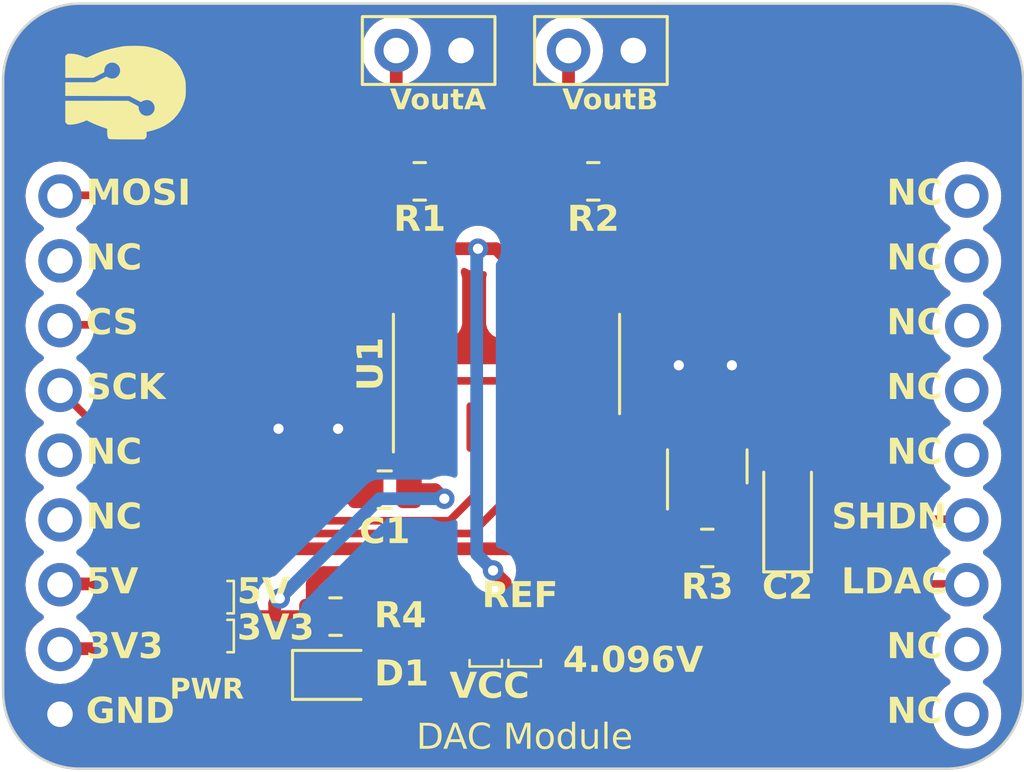
<source format=kicad_pcb>
(kicad_pcb (version 20240108) (generator "pcbnew") (generator_version "8.0")
  (layers (0 "F.Cu" signal) (31 "B.Cu" signal) (34 "B.Paste" user) (35 "F.Paste" user) (36 "B.SilkS" user "B.Silkscreen") (37 "F.SilkS" user "F.Silkscreen") (38 "B.Mask" user) (39 "F.Mask" user) (44 "Edge.Cuts" user))
  (net 0 "")
  (net 1 "VCC")
  (net 2 "GND")
  (net 3 "+4V")
  (net 4 "Net-(D1-A)")
  (net 5 "Net-(J1-Pin_1)")
  (net 6 "Net-(J2-Pin_1)")
  (net 7 "+3V3")
  (net 8 "+5V")
  (net 9 "Net-(U3-Vout)")
  (net 11 "CS")
  (net 12 "SCK")
  (net 13 "MOSI")
  (net 16 "LDAC")
  (net 17 "SHDN")
  (net 28 "Vref")
  (footprint "Jumper:SolderJumper-3_P1.3mm_Open_Pad1.0x1.5mm" (layer "F.Cu") (at 99.8728 87.0712 90)
    (property "Reference" "JP1" (hide yes))
    (property "Value" "Jumper_3_Open" (hide yes))
    (fp_line (start 0.127 0.889) (end 0.127 1.143) (stroke (width 0.1)) (layer "F.SilkS"))
    (fp_line (start -1.397 0.889) (end -1.397 1.143) (stroke (width 0.1)) (layer "F.SilkS"))
    (fp_line (start 1.397 1.143) (end 1.397 0.889) (stroke (width 0.1)) (layer "F.SilkS"))
    (fp_line (start 0.127 1.143) (end 1.397 1.143) (stroke (width 0.1)) (layer "F.SilkS"))
    (fp_line (start -0.127 1.143) (end -0.127 0.889) (stroke (width 0.1)) (layer "F.SilkS"))
    (fp_line (start -1.397 1.143) (end -0.127 1.143) (stroke (width 0.1)) (layer "F.SilkS"))
    (fp_text user "5V" (at 0.3556 1.27 0) (layer "F.SilkS") (effects (font (thickness 0.1) (bold yes)) (justify left bottom)))
    (fp_text user "3V3" (at -1.0668 1.27 0) (layer "F.SilkS") (effects (font (thickness 0.1) (bold yes)) (justify left bottom)))
    (pad "1" smd rect (at -1.3 0 90) (size 1 1.5) (layers "F.Cu" "F.Mask") (net 7 "+3V3"))
    (pad "2" smd rect (at 0 0 90) (size 1 1.5) (layers "F.Cu" "F.Mask") (net 1 "VCC"))
    (pad "3" smd rect (at 1.3 0 90) (size 1 1.5) (layers "F.Cu" "F.Mask") (net 8 "+5V"))
  )
  (footprint "Capacitor_Tantalum_SMD:CP_EIA-3216-10_Kemet-I" (layer "F.Cu") (at 122.7328 83.0072 90)
    (property "Reference" "C2" (at -2.9464 0 180) (layer "F.SilkS") (effects (font (thickness 0.15) (bold yes))))
    (property "Value" "10uF")
    (fp_line (start 1.6 -0.935) (end -2.31 -0.935) (stroke (width 0.12)) (layer "F.SilkS"))
    (fp_line (start -2.31 -0.935) (end -2.31 0.935) (stroke (width 0.12)) (layer "F.SilkS"))
    (fp_line (start -2.31 0.935) (end 1.6 0.935) (stroke (width 0.12)) (layer "F.SilkS"))
    (pad "1" smd roundrect (at -1.35 0 90) (size 1.4 1.35) (layers "F.Cu" "F.Paste" "F.Mask") (roundrect_rratio 0.185185) (net 3 "+4V"))
    (pad "2" smd roundrect (at 1.35 0 90) (size 1.4 1.35) (layers "F.Cu" "F.Paste" "F.Mask") (roundrect_rratio 0.185185) (net 2 "GND"))
  )
  (footprint "Resistor_SMD:R_0805_2012Metric" (layer "F.Cu") (at 105.0036 87.0712 180)
    (property "Reference" "R4" (at -2.54 0 0) (layer "F.SilkS") (effects (font (thickness 0.15) (bold yes))))
    (property "Value" "470r")
    (fp_line (start -0.227064 0.735) (end 0.227064 0.735) (stroke (width 0.12)) (layer "F.SilkS"))
    (fp_line (start -0.227064 -0.735) (end 0.227064 -0.735) (stroke (width 0.12)) (layer "F.SilkS"))
    (pad "1" smd roundrect (at -0.9125 0 180) (size 1.025 1.4) (layers "F.Cu" "F.Paste" "F.Mask") (roundrect_rratio 0.243902) (net 4 "Net-(D1-A)"))
    (pad "2" smd roundrect (at 0.9125 0 180) (size 1.025 1.4) (layers "F.Cu" "F.Paste" "F.Mask") (roundrect_rratio 0.243902) (net 1 "VCC"))
  )
  (footprint "Resistor_SMD:R_0805_2012Metric" (layer "F.Cu") (at 119.5832 84.3788 180)
    (property "Reference" "R3" (at 0 -1.5748 0) (layer "F.SilkS") (effects (font (thickness 0.15) (bold yes))))
    (property "Value" "100r")
    (fp_line (start -0.227064 0.735) (end 0.227064 0.735) (stroke (width 0.12)) (layer "F.SilkS"))
    (fp_line (start -0.227064 -0.735) (end 0.227064 -0.735) (stroke (width 0.12)) (layer "F.SilkS"))
    (pad "1" smd roundrect (at -0.9125 0 180) (size 1.025 1.4) (layers "F.Cu" "F.Paste" "F.Mask") (roundrect_rratio 0.243902) (net 3 "+4V"))
    (pad "2" smd roundrect (at 0.9125 0 180) (size 1.025 1.4) (layers "F.Cu" "F.Paste" "F.Mask") (roundrect_rratio 0.243902) (net 9 "Net-(U3-Vout)"))
  )
  (footprint "Resistor_SMD:R_0805_2012Metric" (layer "F.Cu") (at 115.1128 70.0024)
    (property "Reference" "R2" (at 0 1.524 0) (layer "F.SilkS") (effects (font (thickness 0.15) (bold yes))))
    (property "Value" "10k")
    (fp_line (start -0.227064 -0.735) (end 0.227064 -0.735) (stroke (width 0.12)) (layer "F.SilkS"))
    (fp_line (start -0.227064 0.735) (end 0.227064 0.735) (stroke (width 0.12)) (layer "F.SilkS"))
    (pad "1" smd roundrect (at -0.9125 0) (size 1.025 1.4) (layers "F.Cu" "F.Paste" "F.Mask") (roundrect_rratio 0.243902) (net 6 "Net-(J2-Pin_1)"))
    (pad "2" smd roundrect (at 0.9125 0) (size 1.025 1.4) (layers "F.Cu" "F.Paste" "F.Mask") (roundrect_rratio 0.243902) (net 2 "GND"))
  )
  (footprint "LED_SMD:LED_0805_2012Metric" (layer "F.Cu") (at 105.0036 89.3572)
    (property "Reference" "D1" (at 2.5908 0 0) (layer "F.SilkS") (effects (font (thickness 0.15) (bold yes))))
    (property "Value" "LED")
    (fp_line (start -1.685 -0.96) (end -1.685 0.96) (stroke (width 0.12)) (layer "F.SilkS"))
    (fp_line (start -1.685 0.96) (end 1 0.96) (stroke (width 0.12)) (layer "F.SilkS"))
    (fp_line (start 1 -0.96) (end -1.685 -0.96) (stroke (width 0.12)) (layer "F.SilkS"))
    (pad "1" smd roundrect (at -0.9375 0) (size 0.975 1.4) (layers "F.Cu" "F.Paste" "F.Mask") (net 2 "GND"))
    (pad "2" smd roundrect (at 0.9375 0) (size 0.975 1.4) (layers "F.Cu" "F.Paste" "F.Mask") (net 4 "Net-(D1-A)"))
  )
  (footprint "Moduler_:pin_header" (layer "F.Cu") (at 111.726 81.248)
    (property "Reference" "U2" (hide yes))
    (property "Value" "~" (hide yes))
    (fp_poly (pts (xy -14.485582 -16.559009) (xy -14.360573 -16.554745) (xy -14.248636 -16.54798) (xy -14.157002 -16.538775) (xy -14.117924 -16.532703) (xy -13.929469 -16.491549) (xy -13.759531 -16.440533) (xy -13.595569 -16.375574) (xy -13.505604 -16.333511) (xy -13.302009 -16.218091) (xy -13.123321 -16.083397) (xy -12.969118 -15.928915) (xy -12.838978 -15.754131) (xy -12.73248 -15.558531) (xy -12.6492 -15.3416) (xy -12.625721 -15.261504) (xy -12.612959 -15.20932) (xy -12.603846 -15.156964) (xy -12.597806 -15.097579) (xy -12.594264 -15.024306) (xy -12.592645 -14.930288) (xy -12.59236 -14.863654) (xy -12.592671 -14.758539) (xy -12.594379 -14.67766) (xy -12.598173 -14.613669) (xy -12.604739 -14.559219) (xy -12.614766 -14.506962) (xy -12.628942 -14.449549) (xy -12.632287 -14.43698) (xy -12.705714 -14.221543) (xy -12.805363 -14.022972) (xy -12.930147 -13.842253) (xy -13.078978 -13.68037) (xy -13.250768 -13.538308) (xy -13.444431 -13.417053) (xy -13.658878 -13.317589) (xy -13.893022 -13.240901) (xy -13.975535 -13.220506) (xy -14.129547 -13.185381) (xy -14.129547 -13.083439) (xy -14.131087 -13.025365) (xy -14.138019 -12.987709) (xy -14.153807 -12.959356) (xy -14.17572 -12.935324) (xy -14.221893 -12.889151) (xy -14.898388 -12.889632) (xy -15.093554 -12.890179) (xy -15.257188 -12.891522) (xy -15.389336 -12.893662) (xy -15.490047 -12.896601) (xy -15.559371 -12.900339) (xy -15.597354 -12.904877) (xy -15.604006 -12.907041) (xy -15.639705 -12.944721) (xy -15.663541 -13.009816) (xy -15.675744 -13.103144) (xy -15.677582 -13.169023) (xy -15.677607 -13.307746) (xy -15.877323 -13.375342) (xy -15.973613 -13.410249) (xy -16.083694 -13.453796) (xy -16.193274 -13.500154) (xy -16.27912 -13.539209) (xy -16.481202 -13.63548) (xy -16.625058 -13.577237) (xy -16.814264 -13.51298) (xy -16.995657 -13.477073) (xy -17.112214 -13.468483) (xy -17.172568 -13.467793) (xy -17.210949 -13.471228) (xy -17.236949 -13.481681) (xy -17.260163 -13.502045) (xy -17.274123 -13.517292) (xy -17.320343 -13.568879) (xy -17.320343 -13.987224) (xy -17.320343 -14.405569) (xy -16.086926 -14.405569) (xy -14.85351 -14.405569) (xy -14.643801 -14.294889) (xy -14.56284 -14.251731) (xy -14.506066 -14.219928) (xy -14.469493 -14.196546) (xy -14.449134 -14.178651) (xy -14.441003 -14.163308) (xy -14.441111 -14.147581) (xy -14.441413 -14.14592) (xy -14.43976 -14.092795) (xy -14.421236 -14.027967) (xy -14.3904 -13.962942) (xy -14.35181 -13.909228) (xy -14.344762 -13.902005) (xy -14.296227 -13.865834) (xy -14.236644 -13.835404) (xy -14.214799 -13.827587) (xy -14.121045 -13.813694) (xy -14.033382 -13.827179) (xy -13.955509 -13.863953) (xy -13.891126 -13.919926) (xy -13.843932 -13.991011) (xy -13.817627 -14.073118) (xy -13.815911 -14.162158) (xy -13.838074 -14.243952) (xy -13.888707 -14.328311) (xy -13.95777 -14.389514) (xy -14.040589 -14.425955) (xy -14.132494 -14.436027) (xy -14.228811 -14.418125) (xy -14.281052 -14.396241) (xy -14.36193 -14.355321) (xy -14.581404 -14.471272) (xy -14.800878 -14.587224) (xy -16.06061 -14.591538) (xy -17.320343 -14.595853) (xy -17.320343 -14.86402) (xy -17.320343 -15.132186) (xy -16.736108 -15.132186) (xy -16.151873 -15.132186) (xy -15.92364 -15.25081) (xy -15.825628 -15.300328) (xy -15.752835 -15.333929) (xy -15.705794 -15.351385) (xy -15.685044 -15.352471) (xy -15.684533 -15.351839) (xy -15.664369 -15.334981) (xy -15.626413 -15.313259) (xy -15.608475 -15.304645) (xy -15.517344 -15.278515) (xy -15.42868 -15.280387) (xy -15.34665 -15.306716) (xy -15.27542 -15.353956) (xy -15.219157 -15.418565) (xy -15.182028 -15.496995) (xy -15.1682 -15.585704) (xy -15.178799 -15.670169) (xy -15.216089 -15.756834) (xy -15.2752 -15.826154) (xy -15.350432 -15.875231) (xy -15.436087 -15.901168) (xy -15.526465 -15.901066) (xy -15.594919 -15.881743) (xy -15.679764 -15.831605) (xy -15.7402 -15.761879) (xy -15.776844 -15.671686) (xy -15.787538 -15.6087) (xy -15.796027 -15.524455) (xy -16.008245 -15.415199) (xy -16.220463 -15.305942) (xy -16.770403 -15.305942) (xy -17.320343 -15.305942) (xy -17.320343 -15.73365) (xy -17.320343 -16.161358) (xy -17.27417 -16.207531) (xy -17.247441 -16.231634) (xy -17.221044 -16.24546) (xy -17.185152 -16.251797) (xy -17.129936 -16.253429) (xy -17.112261 -16.253429) (xy -16.965134 -16.242789) (xy -16.813828 -16.210492) (xy -16.650907 -16.15493) (xy -16.643254 -16.151886) (xy -16.580147 -16.127507) (xy -16.526736 -16.108472) (xy -16.490695 -16.097439) (xy -16.481152 -16.095743) (xy -16.459332 -16.102404) (xy -16.415439 -16.120594) (xy -16.35561 -16.147624) (xy -16.285983 -16.180807) (xy -16.277762 -16.184828) (xy -16.053998 -16.282606) (xy -15.80365 -16.369931) (xy -15.530295 -16.445763) (xy -15.237504 -16.509065) (xy -15.053614 -16.540657) (xy -14.971712 -16.549822) (xy -14.866727 -16.556178) (xy -14.74589 -16.559787) (xy -14.616431 -16.56071)) (fill solid) (layer "F.SilkS"))
    (fp_line (start -19.7562 -15.2144) (end -19.7562 8.7856) (stroke (width 0.1)) (layer "Edge.Cuts"))
    (fp_line (start -16.7562 11.7856) (end 17.2438 11.7856) (stroke (width 0.1)) (layer "Edge.Cuts"))
    (fp_line (start 17.2438 -18.2144) (end -16.7562 -18.2144) (stroke (width 0.1)) (layer "Edge.Cuts"))
    (fp_line (start 20.2438 8.7856) (end 20.2438 -15.2144) (stroke (width 0.1)) (layer "Edge.Cuts"))
    (fp_arc (start -19.7562 -15.2144) (mid -18.87752 -17.33572) (end -16.7562 -18.2144) (stroke (width 0.1)) (layer "Edge.Cuts"))
    (fp_arc (start -16.7562 11.7856) (mid -18.87752 10.90692) (end -19.7562 8.7856) (stroke (width 0.1)) (layer "Edge.Cuts"))
    (fp_arc (start 17.2438 -18.2144) (mid 19.36512 -17.33572) (end 20.2438 -15.2144) (stroke (width 0.1)) (layer "Edge.Cuts"))
    (fp_arc (start 20.2438 8.7856) (mid 19.36512 10.90692) (end 17.2438 11.7856) (stroke (width 0.1)) (layer "Edge.Cuts"))
    (fp_text user "NC" (at 14.893 10.16 0) (layer "F.SilkS") (effects (font (thickness 0.2) (bold yes)) (justify left bottom)))
    (fp_text user "NC" (at 14.893 -10.16 0) (layer "F.SilkS") (effects (font (thickness 0.2) (bold yes)) (justify left bottom)))
    (fp_text user "CS" (at -16.51 -5.08 0) (layer "F.SilkS") (effects (font (thickness 0.2) (bold yes)) (justify left bottom)))
    (fp_text user "NC" (at 14.893 -5.08 0) (layer "F.SilkS") (effects (font (thickness 0.2) (bold yes)) (justify left bottom)))
    (fp_text user "NC" (at 14.893 -7.62 0) (layer "F.SilkS") (effects (font (thickness 0.2) (bold yes)) (justify left bottom)))
    (fp_text user "DAC Module" (at -3.556 11.176 0) (layer "F.SilkS") (effects (font (thickness 0.1)) (justify left bottom)))
    (fp_text user "3V3" (at -16.51 7.62 0) (layer "F.SilkS") (effects (font (thickness 0.2) (bold yes)) (justify left bottom)))
    (fp_text user "GND" (at -16.51 10.16 0) (layer "F.SilkS") (effects (font (thickness 0.2) (bold yes)) (justify left bottom)))
    (fp_text user "NC" (at -16.51 -7.62 0) (layer "F.SilkS") (effects (font (thickness 0.2) (bold yes)) (justify left bottom)))
    (fp_text user "NC" (at 14.893 0 0) (layer "F.SilkS") (effects (font (thickness 0.2) (bold yes)) (justify left bottom)))
    (fp_text user "NC" (at -16.51 0 0) (layer "F.SilkS") (effects (font (thickness 0.2) (bold yes)) (justify left bottom)))
    (fp_text user "SHDN" (at 12.734 2.54 0) (layer "F.SilkS") (effects (font (thickness 0.2) (bold yes)) (justify left bottom)))
    (fp_text user "MOSI" (at -16.51 -10.16 0) (layer "F.SilkS") (effects (font (thickness 0.2) (bold yes)) (justify left bottom)))
    (fp_text user "5V" (at -16.51 5.08 0) (layer "F.SilkS") (effects (font (thickness 0.2) (bold yes)) (justify left bottom)))
    (fp_text user "NC" (at 14.893 7.62 0) (layer "F.SilkS") (effects (font (thickness 0.2) (bold yes)) (justify left bottom)))
    (fp_text user "NC" (at -16.51 2.54 0) (layer "F.SilkS") (effects (font (thickness 0.2) (bold yes)) (justify left bottom)))
    (fp_text user "SCK" (at -16.51 -2.54 0) (layer "F.SilkS") (effects (font (thickness 0.2) (bold yes)) (justify left bottom)))
    (fp_text user "LDAC" (at 13.115 5.08 0) (layer "F.SilkS") (effects (font (thickness 0.2) (bold yes)) (justify left bottom)))
    (fp_text user "NC" (at 14.893 -2.54 0) (layer "F.SilkS") (effects (font (thickness 0.2) (bold yes)) (justify left bottom)))
    (pad "1" thru_hole oval (at -17.526 -10.668) (size 1.7 1.7) (drill 1) (layers "*.Cu" "*.Mask") (net 13 "MOSI"))
    (pad "2" thru_hole oval (at -17.526 -8.128) (size 1.7 1.7) (drill 1) (layers "*.Cu" "*.Mask"))
    (pad "3" thru_hole oval (at -17.526 -5.588) (size 1.7 1.7) (drill 1) (layers "*.Cu" "*.Mask") (net 11 "CS"))
    (pad "4" thru_hole oval (at -17.526 -3.048) (size 1.7 1.7) (drill 1) (layers "*.Cu" "*.Mask") (net 12 "SCK"))
    (pad "5" thru_hole oval (at -17.526 -0.508) (size 1.7 1.7) (drill 1) (layers "*.Cu" "*.Mask"))
    (pad "6" thru_hole oval (at -17.526 2.032) (size 1.7 1.7) (drill 1) (layers "*.Cu" "*.Mask"))
    (pad "7" thru_hole oval (at -17.526 4.572) (size 1.7 1.7) (drill 1) (layers "*.Cu" "*.Mask") (net 8 "+5V"))
    (pad "8" thru_hole oval (at -17.526 7.112) (size 1.7 1.7) (drill 1) (layers "*.Cu" "*.Mask") (net 7 "+3V3"))
    (pad "9" thru_hole oval (at -17.526 9.652) (size 1.7 1.7) (drill 1) (layers "*.Cu" "*.Mask") (net 2 "GND"))
    (pad "10" thru_hole oval (at 18.034 9.652) (size 1.7 1.7) (drill 1) (layers "*.Cu" "*.Mask"))
    (pad "11" thru_hole oval (at 18.034 7.112) (size 1.7 1.7) (drill 1) (layers "*.Cu" "*.Mask"))
    (pad "12" thru_hole oval (at 18.034 4.572) (size 1.7 1.7) (drill 1) (layers "*.Cu" "*.Mask") (net 16 "LDAC"))
    (pad "13" thru_hole oval (at 18.034 2.032) (size 1.7 1.7) (drill 1) (layers "*.Cu" "*.Mask") (net 17 "SHDN"))
    (pad "14" thru_hole oval (at 18.034 -0.508) (size 1.7 1.7) (drill 1) (layers "*.Cu" "*.Mask"))
    (pad "15" thru_hole oval (at 18.034 -3.048) (size 1.7 1.7) (drill 1) (layers "*.Cu" "*.Mask"))
    (pad "16" thru_hole oval (at 18.034 -5.588) (size 1.7 1.7) (drill 1) (layers "*.Cu" "*.Mask"))
    (pad "17" thru_hole oval (at 18.034 -8.128) (size 1.7 1.7) (drill 1) (layers "*.Cu" "*.Mask"))
    (pad "18" thru_hole oval (at 18.034 -10.668) (size 1.7 1.7) (drill 1) (layers "*.Cu" "*.Mask"))
  )
  (footprint "Connector_PinHeader_2.54mm:PinHeader_1x02_P2.54mm_Vertical" (layer "F.Cu") (at 114.1426 64.8716 90)
    (property "Reference" "J2" (hide yes))
    (property "Value" "Screw_Terminal_01x02" (hide yes))
    (fp_line (start -1.33 -1.33) (end 1.3208 -1.33) (stroke (width 0.12)) (layer "F.SilkS"))
    (fp_line (start 1.33 -1.3208) (end 1.33 3.87) (stroke (width 0.12)) (layer "F.SilkS"))
    (fp_line (start -1.33 1.27) (end -1.33 -1.33) (stroke (width 0.12)) (layer "F.SilkS"))
    (fp_line (start -1.33 1.27) (end -1.33 3.87) (stroke (width 0.12)) (layer "F.SilkS"))
    (fp_line (start -1.33 3.87) (end 1.33 3.87) (stroke (width 0.12)) (layer "F.SilkS"))
    (pad "1" thru_hole oval (at 0 0 90) (size 1.7 1.7) (drill 1) (layers "*.Cu" "*.Mask") (net 6 "Net-(J2-Pin_1)"))
    (pad "2" thru_hole rect (at 0 2.54 90) (size 1.7 1.7) (drill 1) (layers "*.Cu" "*.Mask") (net 2 "GND"))
  )
  (footprint "Resistor_SMD:R_0805_2012Metric" (layer "F.Cu") (at 108.3056 70.0024 180)
    (property "Reference" "R1" (at 0 -1.524 0) (layer "F.SilkS") (effects (font (thickness 0.15) (bold yes))))
    (property "Value" "10k")
    (fp_line (start -0.227064 0.735) (end 0.227064 0.735) (stroke (width 0.12)) (layer "F.SilkS"))
    (fp_line (start -0.227064 -0.735) (end 0.227064 -0.735) (stroke (width 0.12)) (layer "F.SilkS"))
    (pad "1" smd roundrect (at -0.9125 0 180) (size 1.025 1.4) (layers "F.Cu" "F.Paste" "F.Mask") (roundrect_rratio 0.243902) (net 2 "GND"))
    (pad "2" smd roundrect (at 0.9125 0 180) (size 1.025 1.4) (layers "F.Cu" "F.Paste" "F.Mask") (roundrect_rratio 0.243902) (net 5 "Net-(J1-Pin_1)"))
  )
  (footprint "Connector_PinHeader_2.54mm:PinHeader_1x02_P2.54mm_Vertical" (layer "F.Cu") (at 107.3862 64.8716 90)
    (property "Reference" "J1" (hide yes))
    (property "Value" "Screw_Terminal_01x02" (hide yes))
    (fp_line (start -1.33 -1.33) (end 1.3208 -1.33) (stroke (width 0.12)) (layer "F.SilkS"))
    (fp_line (start 1.33 -1.3208) (end 1.33 3.8608) (stroke (width 0.12)) (layer "F.SilkS"))
    (fp_line (start -1.33 1.27) (end -1.33 -1.33) (stroke (width 0.12)) (layer "F.SilkS"))
    (fp_line (start -1.33 1.27) (end -1.33 3.87) (stroke (width 0.12)) (layer "F.SilkS"))
    (fp_line (start -1.33 3.87) (end 1.33 3.87) (stroke (width 0.12)) (layer "F.SilkS"))
    (pad "1" thru_hole oval (at 0 0 90) (size 1.7 1.7) (drill 1) (layers "*.Cu" "*.Mask") (net 5 "Net-(J1-Pin_1)"))
    (pad "2" thru_hole rect (at 0 2.54 90) (size 1.7 1.7) (drill 1) (layers "*.Cu" "*.Mask") (net 2 "GND"))
  )
  (footprint "Package_SO:SOIC-14_3.9x8.7mm_P1.27mm" (layer "F.Cu") (at 111.7092 77.1652 90)
    (property "Reference" "U1" (at 0 -5.28 90) (layer "F.SilkS") (effects (font (thickness 0.15) (bold yes))))
    (property "Value" "MCP4922-ESL" (hide yes))
    (fp_line (start 0 -4.435) (end 1.95 -4.435) (stroke (width 0.12)) (layer "F.SilkS"))
    (fp_line (start 0 -4.435) (end -3.45 -4.435) (stroke (width 0.12)) (layer "F.SilkS"))
    (fp_line (start 0 4.435) (end 1.95 4.435) (stroke (width 0.12)) (layer "F.SilkS"))
    (fp_line (start 0 4.435) (end -1.95 4.435) (stroke (width 0.12)) (layer "F.SilkS"))
    (pad "1" smd roundrect (at -2.475 -3.81 90) (size 1.95 0.6) (layers "F.Cu" "F.Paste" "F.Mask") (net 1 "VCC"))
    (pad "2" smd roundrect (at -2.475 -2.54 90) (size 1.95 0.6) (layers "F.Cu" "F.Paste" "F.Mask"))
    (pad "3" smd roundrect (at -2.475 -1.27 90) (size 1.95 0.6) (layers "F.Cu" "F.Paste" "F.Mask") (net 11 "CS"))
    (pad "4" smd roundrect (at -2.475 0 90) (size 1.95 0.6) (layers "F.Cu" "F.Paste" "F.Mask") (net 12 "SCK"))
    (pad "5" smd roundrect (at -2.475 1.27 90) (size 1.95 0.6) (layers "F.Cu" "F.Paste" "F.Mask") (net 13 "MOSI"))
    (pad "6" smd roundrect (at -2.475 2.54 90) (size 1.95 0.6) (layers "F.Cu" "F.Paste" "F.Mask"))
    (pad "7" smd roundrect (at -2.475 3.81 90) (size 1.95 0.6) (layers "F.Cu" "F.Paste" "F.Mask"))
    (pad "8" smd roundrect (at 2.475 3.81 90) (size 1.95 0.6) (layers "F.Cu" "F.Paste" "F.Mask") (net 16 "LDAC"))
    (pad "9" smd roundrect (at 2.475 2.54 90) (size 1.95 0.6) (layers "F.Cu" "F.Paste" "F.Mask") (net 17 "SHDN"))
    (pad "10" smd roundrect (at 2.475 1.27 90) (size 1.95 0.6) (layers "F.Cu" "F.Paste" "F.Mask") (net 6 "Net-(J2-Pin_1)"))
    (pad "11" smd roundrect (at 2.475 0 90) (size 1.95 0.6) (layers "F.Cu" "F.Paste" "F.Mask") (net 28 "Vref"))
    (pad "12" smd roundrect (at 2.475 -1.27 90) (size 1.95 0.6) (layers "F.Cu" "F.Paste" "F.Mask") (net 2 "GND"))
    (pad "13" smd roundrect (at 2.475 -2.54 90) (size 1.95 0.6) (layers "F.Cu" "F.Paste" "F.Mask") (net 28 "Vref"))
    (pad "14" smd roundrect (at 2.475 -3.81 90) (size 1.95 0.6) (layers "F.Cu" "F.Paste" "F.Mask") (net 5 "Net-(J1-Pin_1)"))
  )
  (footprint "Jumper:SolderJumper-3_P1.3mm_Open_Pad1.0x1.5mm" (layer "F.Cu") (at 111.6584 87.884)
    (property "Reference" "JP2" (hide yes))
    (property "Value" "Jumper_3_Open")
    (fp_line (start -1.397 0.889) (end -1.397 1.143) (stroke (width 0.1)) (layer "F.SilkS"))
    (fp_line (start -1.397 1.143) (end -0.127 1.143) (stroke (width 0.1)) (layer "F.SilkS"))
    (fp_line (start -0.127 1.143) (end -0.127 0.889) (stroke (width 0.1)) (layer "F.SilkS"))
    (fp_line (start 0.127 0.889) (end 0.127 1.143) (stroke (width 0.1)) (layer "F.SilkS"))
    (fp_line (start 0.127 1.143) (end 1.397 1.143) (stroke (width 0.1)) (layer "F.SilkS"))
    (fp_line (start 1.397 1.143) (end 1.397 0.889) (stroke (width 0.1)) (layer "F.SilkS"))
    (fp_text user "VCC" (at -2.1844 2.54 0) (layer "F.SilkS") (effects (font (thickness 0.1) (bold yes)) (justify left bottom)))
    (fp_text user "REF" (at -0.9144 -1.016 0) (layer "F.SilkS") (effects (font (thickness 0.1) (bold yes)) (justify left bottom)))
    (fp_text user "4.096V" (at 2.2606 1.524 0) (layer "F.SilkS") (effects (font (thickness 0.1) (bold yes)) (justify left bottom)))
    (pad "1" smd rect (at -1.3 0) (size 1 1.5) (layers "F.Cu" "F.Mask") (net 1 "VCC"))
    (pad "2" smd rect (at 0 0) (size 1 1.5) (layers "F.Cu" "F.Mask") (net 28 "Vref"))
    (pad "3" smd rect (at 1.3 0) (size 1 1.5) (layers "F.Cu" "F.Mask") (net 3 "+4V"))
  )
  (footprint "Package_TO_SOT_SMD:SOT-23" (layer "F.Cu") (at 119.5832 81.1784 90)
    (property "Reference" "U3" (hide yes))
    (property "Value" "MCP1541-TT" (hide yes))
    (fp_line (start 0 -1.56) (end 0.65 -1.56) (stroke (width 0.12)) (layer "F.SilkS"))
    (fp_line (start 0 -1.56) (end -1.675 -1.56) (stroke (width 0.12)) (layer "F.SilkS"))
    (fp_line (start 0 1.56) (end 0.65 1.56) (stroke (width 0.12)) (layer "F.SilkS"))
    (fp_line (start 0 1.56) (end -0.65 1.56) (stroke (width 0.12)) (layer "F.SilkS"))
    (pad "1" smd roundrect (at -0.9375 -0.95 90) (size 1.475 0.6) (layers "F.Cu" "F.Paste" "F.Mask") (net 8 "+5V"))
    (pad "2" smd roundrect (at -0.9375 0.95 90) (size 1.475 0.6) (layers "F.Cu" "F.Paste" "F.Mask") (net 9 "Net-(U3-Vout)"))
    (pad "3" smd roundrect (at 0.9375 0 90) (size 1.475 0.6) (layers "F.Cu" "F.Paste" "F.Mask") (net 2 "GND"))
  )
  (footprint "Capacitor_SMD:C_0805_2012Metric" (layer "F.Cu") (at 106.934 82.0928 180)
    (property "Reference" "C1" (at 0 -1.68 0) (layer "F.SilkS") (effects (font (thickness 0.15) (bold yes))))
    (property "Value" "100nF")
    (fp_line (start -0.261252 0.735) (end 0.261252 0.735) (stroke (width 0.12)) (layer "F.SilkS"))
    (fp_line (start -0.261252 -0.735) (end 0.261252 -0.735) (stroke (width 0.12)) (layer "F.SilkS"))
    (pad "1" smd roundrect (at -0.95 0 180) (size 1 1.45) (layers "F.Cu" "F.Paste" "F.Mask") (net 1 "VCC"))
    (pad "2" smd roundrect (at 0.95 0 180) (size 1 1.45) (layers "F.Cu" "F.Paste" "F.Mask") (net 2 "GND"))
  )
  (gr_text "VoutA\n" (at 107.1372 67.31 0) (layer "F.SilkS") (effects (font (size 0.8 0.8) (thickness 0.2) (bold yes)) (justify left bottom)))
  (gr_text "PWR" (at 98.5012 90.424 0) (layer "F.SilkS") (effects (font (size 0.8 0.8) (thickness 0.1) (bold yes)) (justify left bottom)))
  (gr_text "VoutB\n" (at 113.8936 67.31 0) (layer "F.SilkS") (effects (font (size 0.8 0.8) (thickness 0.2) (bold yes)) (justify left bottom)))
  (segment (start 107.8992 79.6402) (end 107.8992 82.0776) (width 0.5) (layer "F.Cu") (net 1))
  (segment (start 102.616 86.5632) (end 102.8192 86.36) (width 0.5) (layer "F.Cu") (net 1))
  (segment (start 102.616 87.0712) (end 104.0911 87.0712) (width 0.5) (layer "F.Cu") (net 1))
  (segment (start 99.8728 87.0712) (end 102.616 87.0712) (width 0.5) (layer "F.Cu") (net 1))
  (segment (start 102.616 87.0712) (end 102.616 86.5632) (width 0.5) (layer "F.Cu") (net 1))
  (segment (start 104.0911 87.0712) (end 104.0911 85.7993) (width 0.5) (layer "F.Cu") (net 1))
  (segment (start 109.2708 82.4484) (end 108.9152 82.0928) (width 0.5) (layer "F.Cu") (net 1))
  (segment (start 109.2708 85.344) (end 110.3584 86.4316) (width 0.5) (layer "F.Cu") (net 1))
  (segment (start 110.3584 86.4316) (end 110.3584 87.884) (width 0.5) (layer "F.Cu") (net 1))
  (segment (start 108.9152 82.0928) (end 107.884 82.0928) (width 0.5) (layer "F.Cu") (net 1))
  (segment (start 104.0911 85.7993) (end 104.5464 85.344) (width 0.5) (layer "F.Cu") (net 1))
  (segment (start 104.5464 85.344) (end 109.2708 85.344) (width 0.5) (layer "F.Cu") (net 1))
  (via (at 102.8192 86.36) (size 0.8) (drill 0.4) (layers "F.Cu" "B.Cu") (net 1))
  (via (at 109.2708 82.4484) (size 0.8) (drill 0.4) (layers "F.Cu" "B.Cu") (net 1))
  (segment (start 102.8192 86.36) (end 106.7308 82.4484) (width 0.5) (layer "B.Cu") (net 1))
  (segment (start 106.7308 82.4484) (end 109.2708 82.4484) (width 0.5) (layer "B.Cu") (net 1))
  (via (at 120.5484 77.216) (size 0.8) (drill 0.4) (layers "F.Cu" "B.Cu") (net 2))
  (via (at 102.7684 79.7052) (size 0.8) (drill 0.4) (layers "F.Cu" "B.Cu") (net 2))
  (via (at 118.4656 77.216) (size 0.8) (drill 0.4) (layers "F.Cu" "B.Cu") (net 2))
  (via (at 105.1052 79.7052) (size 0.8) (drill 0.4) (layers "F.Cu" "B.Cu") (net 2))
  (segment (start 120.4957 84.3788) (end 122.7112 84.3788) (width 0.5) (layer "F.Cu") (net 3))
  (segment (start 120.4957 86.8153) (end 120.4957 84.3788) (width 0.5) (layer "F.Cu") (net 3))
  (segment (start 112.9584 87.884) (end 119.4308 87.884) (width 0.5) (layer "F.Cu") (net 3))
  (segment (start 120.4976 86.8172) (end 120.4957 86.8153) (width 0.5) (layer "F.Cu") (net 3))
  (segment (start 122.7112 84.3788) (end 122.7328 84.3572) (width 0.5) (layer "F.Cu") (net 3))
  (segment (start 119.4308 87.884) (end 120.4976 86.8172) (width 0.5) (layer "F.Cu") (net 3))
  (segment (start 105.9161 89.3322) (end 105.9411 89.3572) (width 0.5) (layer "F.Cu") (net 4))
  (segment (start 105.9161 87.0712) (end 105.9161 89.3322) (width 0.5) (layer "F.Cu") (net 4))
  (segment (start 107.3862 71.1658) (end 107.8992 71.6788) (width 0.5) (layer "F.Cu") (net 5))
  (segment (start 107.8992 71.6788) (end 107.8992 74.6902) (width 0.5) (layer "F.Cu") (net 5))
  (segment (start 107.3862 64.8716) (end 107.3862 71.1658) (width 0.5) (layer "F.Cu") (net 5))
  (segment (start 114.1426 64.8716) (end 114.1426 71.9886) (width 0.5) (layer "F.Cu") (net 6))
  (segment (start 114.1426 71.9886) (end 112.9792 73.152) (width 0.5) (layer "F.Cu") (net 6))
  (segment (start 112.9792 73.152) (end 112.9792 74.6902) (width 0.5) (layer "F.Cu") (net 6))
  (segment (start 94.179577 88.32932) (end 99.83092 88.32932) (width 0.5) (layer "F.Cu") (net 7))
  (segment (start 99.83092 88.32932) (end 99.8728 88.3712) (width 0.5) (layer "F.Cu") (net 7))
  (segment (start 99.81012 85.78932) (end 99.8728 85.852) (width 0.5) (layer "F.Cu") (net 8))
  (segment (start 102.786 84.412) (end 116.3371 84.412) (width 0.5) (layer "F.Cu") (net 8))
  (segment (start 101.4268 85.7712) (end 102.786 84.412) (width 0.5) (layer "F.Cu") (net 8))
  (segment (start 99.8728 85.7712) (end 101.4268 85.7712) (width 0.5) (layer "F.Cu") (net 8))
  (segment (start 116.3371 84.412) (end 118.6332 82.1159) (width 0.5) (layer "F.Cu") (net 8))
  (segment (start 94.179577 85.78932) (end 99.81012 85.78932) (width 0.5) (layer "F.Cu") (net 8))
  (segment (start 120.5332 82.362) (end 120.5332 82.1159) (width 0.3) (layer "F.Cu") (net 9))
  (segment (start 118.6707 84.3788) (end 118.6707 84.2245) (width 0.3) (layer "F.Cu") (net 9))
  (segment (start 118.6707 84.2245) (end 120.5332 82.362) (width 0.3) (layer "F.Cu") (net 9))
  (segment (start 109.474 83.312) (end 103.7336 83.312) (width 0.3) (layer "F.Cu") (net 11))
  (segment (start 103.7336 83.312) (end 96.05092 75.62932) (width 0.3) (layer "F.Cu") (net 11))
  (segment (start 110.4392 79.6402) (end 110.4392 82.3468) (width 0.3) (layer "F.Cu") (net 11))
  (segment (start 110.4392 82.3468) (end 109.474 83.312) (width 0.3) (layer "F.Cu") (net 11))
  (segment (start 96.05092 75.62932) (end 94.179577 75.62932) (width 0.3) (layer "F.Cu") (net 11))
  (segment (start 111.7092 82.4484) (end 110.3456 83.812) (width 0.3) (layer "F.Cu") (net 12))
  (segment (start 99.822257 83.812) (end 94.179577 78.16932) (width 0.3) (layer "F.Cu") (net 12))
  (segment (start 110.3456 83.812) (end 99.822257 83.812) (width 0.3) (layer "F.Cu") (net 12))
  (segment (start 111.7092 79.6402) (end 111.7092 82.4484) (width 0.3) (layer "F.Cu") (net 12))
  (segment (start 112.522 77.8256) (end 103.1748 77.8256) (width 0.3) (layer "F.Cu") (net 13))
  (segment (start 112.9792 79.6402) (end 112.9792 78.2828) (width 0.3) (layer "F.Cu") (net 13))
  (segment (start 112.9792 78.2828) (end 112.522 77.8256) (width 0.3) (layer "F.Cu") (net 13))
  (segment (start 103.1748 77.8256) (end 95.89852 70.54932) (width 0.3) (layer "F.Cu") (net 13))
  (segment (start 95.89852 70.54932) (end 94.179577 70.54932) (width 0.3) (layer "F.Cu") (net 13))
  (segment (start 115.5192 74.6902) (end 122.239 74.6902) (width 0.3) (layer "F.Cu") (net 16))
  (segment (start 126.22612 85.78932) (end 129.739577 85.78932) (width 0.3) (layer "F.Cu") (net 16))
  (segment (start 124.8664 77.3176) (end 124.8664 84.4296) (width 0.3) (layer "F.Cu") (net 16))
  (segment (start 122.239 74.6902) (end 124.8664 77.3176) (width 0.3) (layer "F.Cu") (net 16))
  (segment (start 124.8664 84.4296) (end 126.22612 85.78932) (width 0.3) (layer "F.Cu") (net 16))
  (segment (start 125.8316 76.8096) (end 125.8316 82.296) (width 0.3) (layer "F.Cu") (net 17))
  (segment (start 121.8692 72.8472) (end 125.8316 76.8096) (width 0.3) (layer "F.Cu") (net 17))
  (segment (start 114.9096 72.8472) (end 121.8692 72.8472) (width 0.3) (layer "F.Cu") (net 17))
  (segment (start 126.80868 83.24932) (end 129.739577 83.24932) (width 0.3) (layer "F.Cu") (net 17))
  (segment (start 114.2492 73.5076) (end 114.9096 72.8472) (width 0.3) (layer "F.Cu") (net 17))
  (segment (start 125.8316 82.296) (end 126.7968 83.2612) (width 0.3) (layer "F.Cu") (net 17))
  (segment (start 114.2492 74.6902) (end 114.2492 73.5076) (width 0.3) (layer "F.Cu") (net 17))
  (segment (start 126.7968 83.2612) (end 126.80868 83.24932) (width 0.3) (layer "F.Cu") (net 17))
  (segment (start 111.3028 72.644) (end 111.7092 73.0504) (width 0.5) (layer "F.Cu") (net 28))
  (segment (start 111.1826 85.262) (end 111.6584 85.7378) (width 0.5) (layer "F.Cu") (net 28))
  (segment (start 111.6584 85.7378) (end 111.6584 87.884) (width 0.5) (layer "F.Cu") (net 28))
  (segment (start 109.1692 73.1012) (end 109.1692 74.6902) (width 0.5) (layer "F.Cu") (net 28))
  (segment (start 110.5916 72.644) (end 111.3028 72.644) (width 0.5) (layer "F.Cu") (net 28))
  (segment (start 111.7092 73.0504) (end 111.7092 74.6902) (width 0.5) (layer "F.Cu") (net 28))
  (segment (start 110.5916 72.644) (end 109.6264 72.644) (width 0.5) (layer "F.Cu") (net 28))
  (segment (start 109.6264 72.644) (end 109.1692 73.1012) (width 0.5) (layer "F.Cu") (net 28))
  (via (at 111.1826 85.262) (size 0.8) (drill 0.4) (layers "F.Cu" "B.Cu") (net 28))
  (via (at 110.5916 72.644) (size 0.8) (drill 0.4) (layers "F.Cu" "B.Cu") (net 28))
  (segment (start 111.1826 85.262) (end 110.5408 84.6202) (width 0.5) (layer "B.Cu") (net 28))
  (segment (start 110.5408 84.6202) (end 110.5408 72.6948) (width 0.5) (layer "B.Cu") (net 28))
  (segment (start 110.5408 72.6948) (end 110.5916 72.644) (width 0.5) (layer "B.Cu") (net 28))
  (zone (net 2) (net_name "GND") (layers "F&B.Cu") (connect_pads yes (clearance 0.5)) (min_thickness 0.25) (fill yes (thermal_gap 0.5) (thermal_bridge_width 0.5))
    (polygon (pts (xy 91.8464 62.8904) (xy 131.9784 62.8904) (xy 131.9784 93.1672) (xy 91.8464 93.1672) (xy 91.8464 62.9412)))
  )
)
</source>
